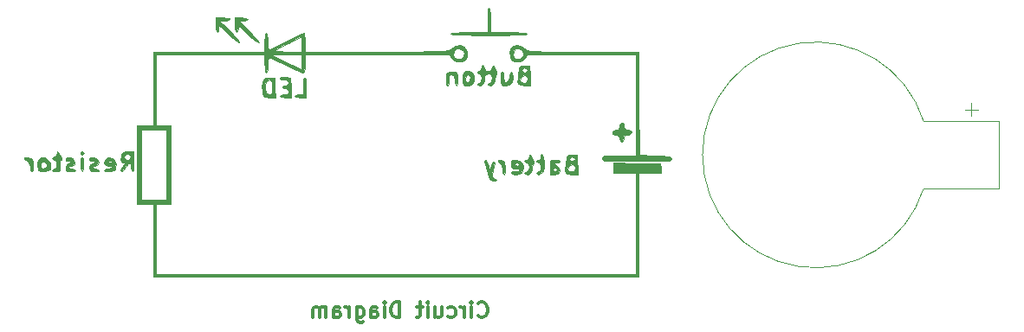
<source format=gbo>
G04 #@! TF.FileFunction,Legend,Bot*
%FSLAX46Y46*%
G04 Gerber Fmt 4.6, Leading zero omitted, Abs format (unit mm)*
G04 Created by KiCad (PCBNEW 4.0.7) date Mon Mar 12 16:42:59 2018*
%MOMM*%
%LPD*%
G01*
G04 APERTURE LIST*
%ADD10C,0.100000*%
%ADD11C,0.300000*%
%ADD12C,0.010000*%
%ADD13C,0.120000*%
G04 APERTURE END LIST*
D10*
D11*
X45742857Y9624286D02*
X45814286Y9552857D01*
X46028572Y9481429D01*
X46171429Y9481429D01*
X46385714Y9552857D01*
X46528572Y9695714D01*
X46600000Y9838571D01*
X46671429Y10124286D01*
X46671429Y10338571D01*
X46600000Y10624286D01*
X46528572Y10767143D01*
X46385714Y10910000D01*
X46171429Y10981429D01*
X46028572Y10981429D01*
X45814286Y10910000D01*
X45742857Y10838571D01*
X45100000Y9481429D02*
X45100000Y10481429D01*
X45100000Y10981429D02*
X45171429Y10910000D01*
X45100000Y10838571D01*
X45028572Y10910000D01*
X45100000Y10981429D01*
X45100000Y10838571D01*
X44385714Y9481429D02*
X44385714Y10481429D01*
X44385714Y10195714D02*
X44314286Y10338571D01*
X44242857Y10410000D01*
X44100000Y10481429D01*
X43957143Y10481429D01*
X42814286Y9552857D02*
X42957143Y9481429D01*
X43242857Y9481429D01*
X43385715Y9552857D01*
X43457143Y9624286D01*
X43528572Y9767143D01*
X43528572Y10195714D01*
X43457143Y10338571D01*
X43385715Y10410000D01*
X43242857Y10481429D01*
X42957143Y10481429D01*
X42814286Y10410000D01*
X41528572Y10481429D02*
X41528572Y9481429D01*
X42171429Y10481429D02*
X42171429Y9695714D01*
X42100001Y9552857D01*
X41957143Y9481429D01*
X41742858Y9481429D01*
X41600001Y9552857D01*
X41528572Y9624286D01*
X40814286Y9481429D02*
X40814286Y10481429D01*
X40814286Y10981429D02*
X40885715Y10910000D01*
X40814286Y10838571D01*
X40742858Y10910000D01*
X40814286Y10981429D01*
X40814286Y10838571D01*
X40314286Y10481429D02*
X39742857Y10481429D01*
X40100000Y10981429D02*
X40100000Y9695714D01*
X40028572Y9552857D01*
X39885714Y9481429D01*
X39742857Y9481429D01*
X38100000Y9481429D02*
X38100000Y10981429D01*
X37742857Y10981429D01*
X37528572Y10910000D01*
X37385714Y10767143D01*
X37314286Y10624286D01*
X37242857Y10338571D01*
X37242857Y10124286D01*
X37314286Y9838571D01*
X37385714Y9695714D01*
X37528572Y9552857D01*
X37742857Y9481429D01*
X38100000Y9481429D01*
X36600000Y9481429D02*
X36600000Y10481429D01*
X36600000Y10981429D02*
X36671429Y10910000D01*
X36600000Y10838571D01*
X36528572Y10910000D01*
X36600000Y10981429D01*
X36600000Y10838571D01*
X35242857Y9481429D02*
X35242857Y10267143D01*
X35314286Y10410000D01*
X35457143Y10481429D01*
X35742857Y10481429D01*
X35885714Y10410000D01*
X35242857Y9552857D02*
X35385714Y9481429D01*
X35742857Y9481429D01*
X35885714Y9552857D01*
X35957143Y9695714D01*
X35957143Y9838571D01*
X35885714Y9981429D01*
X35742857Y10052857D01*
X35385714Y10052857D01*
X35242857Y10124286D01*
X33885714Y10481429D02*
X33885714Y9267143D01*
X33957143Y9124286D01*
X34028571Y9052857D01*
X34171428Y8981429D01*
X34385714Y8981429D01*
X34528571Y9052857D01*
X33885714Y9552857D02*
X34028571Y9481429D01*
X34314285Y9481429D01*
X34457143Y9552857D01*
X34528571Y9624286D01*
X34600000Y9767143D01*
X34600000Y10195714D01*
X34528571Y10338571D01*
X34457143Y10410000D01*
X34314285Y10481429D01*
X34028571Y10481429D01*
X33885714Y10410000D01*
X33171428Y9481429D02*
X33171428Y10481429D01*
X33171428Y10195714D02*
X33100000Y10338571D01*
X33028571Y10410000D01*
X32885714Y10481429D01*
X32742857Y10481429D01*
X31600000Y9481429D02*
X31600000Y10267143D01*
X31671429Y10410000D01*
X31814286Y10481429D01*
X32100000Y10481429D01*
X32242857Y10410000D01*
X31600000Y9552857D02*
X31742857Y9481429D01*
X32100000Y9481429D01*
X32242857Y9552857D01*
X32314286Y9695714D01*
X32314286Y9838571D01*
X32242857Y9981429D01*
X32100000Y10052857D01*
X31742857Y10052857D01*
X31600000Y10124286D01*
X30885714Y9481429D02*
X30885714Y10481429D01*
X30885714Y10338571D02*
X30814286Y10410000D01*
X30671428Y10481429D01*
X30457143Y10481429D01*
X30314286Y10410000D01*
X30242857Y10267143D01*
X30242857Y9481429D01*
X30242857Y10267143D02*
X30171428Y10410000D01*
X30028571Y10481429D01*
X29814286Y10481429D01*
X29671428Y10410000D01*
X29600000Y10267143D01*
X29600000Y9481429D01*
D12*
G36*
X25117880Y37153738D02*
X25170577Y36775715D01*
X25182286Y36458576D01*
X25198379Y36023999D01*
X25239849Y35737164D01*
X25279143Y35668857D01*
X25437179Y35733189D01*
X25799123Y35908901D01*
X26313126Y36170066D01*
X26927335Y36490757D01*
X27004697Y36531683D01*
X27625028Y36850250D01*
X28150999Y37101400D01*
X28531467Y37262080D01*
X28715289Y37309239D01*
X28722126Y37305778D01*
X28769994Y37123235D01*
X28802210Y36742535D01*
X28810857Y36370380D01*
X28810857Y35523714D01*
X35863306Y35523714D01*
X37474882Y35523923D01*
X38821073Y35525250D01*
X39926779Y35528748D01*
X40816902Y35535469D01*
X41516341Y35546463D01*
X42049997Y35562783D01*
X42442772Y35585480D01*
X42719565Y35615607D01*
X42905278Y35654215D01*
X43024811Y35702356D01*
X43103064Y35761081D01*
X43164938Y35831442D01*
X43165506Y35832142D01*
X43525838Y36077434D01*
X43971890Y36128696D01*
X44375880Y35977384D01*
X44444817Y35917673D01*
X44631817Y35552163D01*
X44644026Y35101168D01*
X44480566Y34718536D01*
X44171423Y34544395D01*
X43756997Y34528591D01*
X43361908Y34654010D01*
X43110772Y34903538D01*
X43109297Y34906857D01*
X42968216Y35228429D01*
X43320319Y35228429D01*
X43392286Y34930052D01*
X43421905Y34894761D01*
X43698096Y34793571D01*
X44044341Y34853039D01*
X44312431Y35042441D01*
X44339363Y35084959D01*
X44377778Y35407195D01*
X44212681Y35690742D01*
X43927396Y35852275D01*
X43612103Y35812219D01*
X43403832Y35571888D01*
X43320319Y35228429D01*
X42968216Y35228429D01*
X42966022Y35233428D01*
X28810857Y35233428D01*
X28810857Y34362571D01*
X28794541Y33858529D01*
X28736166Y33587625D01*
X28621597Y33494058D01*
X28590243Y33491714D01*
X28371046Y33553862D01*
X27962797Y33720861D01*
X27433940Y33963546D01*
X27102529Y34125678D01*
X26359952Y34495349D01*
X25838682Y34738894D01*
X25499581Y34858385D01*
X25303511Y34855890D01*
X25211331Y34733479D01*
X25183905Y34493221D01*
X25182286Y34227209D01*
X25156506Y33810035D01*
X25090506Y33543505D01*
X25037143Y33491714D01*
X24959832Y33623919D01*
X24907417Y33969284D01*
X24892000Y34362571D01*
X24892000Y35209488D01*
X25545143Y35209488D01*
X26996572Y34498087D01*
X27580827Y34213021D01*
X28059470Y33981945D01*
X28378532Y33830752D01*
X28484286Y33784343D01*
X28504987Y33913569D01*
X28518125Y34246543D01*
X28520572Y34507714D01*
X28520572Y35233428D01*
X27032857Y35221458D01*
X25545143Y35209488D01*
X24892000Y35209488D01*
X24892000Y35233428D01*
X14296572Y35233428D01*
X14296572Y28266571D01*
X15748000Y28266571D01*
X15748000Y20573999D01*
X14296572Y20573999D01*
X14296572Y13752285D01*
X61177715Y13752285D01*
X61177715Y23622000D01*
X59000572Y23622000D01*
X59000572Y24645371D01*
X61286572Y24605399D01*
X63572572Y24565428D01*
X63618054Y24093714D01*
X63663535Y23622000D01*
X61468000Y23622000D01*
X61468000Y13462000D01*
X14006286Y13462000D01*
X14006286Y20573999D01*
X12409715Y20573999D01*
X12409715Y27831142D01*
X12845143Y27831142D01*
X12845143Y21009428D01*
X15312572Y21009428D01*
X15312572Y27831142D01*
X12845143Y27831142D01*
X12409715Y27831142D01*
X12409715Y28266571D01*
X14006286Y28266571D01*
X14006286Y35523714D01*
X24892000Y35523714D01*
X24892000Y35594829D01*
X25908000Y35594829D01*
X26042338Y35563510D01*
X26402175Y35539229D01*
X26922745Y35525511D01*
X27214286Y35523714D01*
X28520572Y35523714D01*
X28520572Y36978056D01*
X27214286Y36322000D01*
X26666487Y36040283D01*
X26231727Y35804148D01*
X25965120Y35644276D01*
X25908000Y35594829D01*
X24892000Y35594829D01*
X24892000Y36475708D01*
X24911913Y37005754D01*
X24968567Y37296344D01*
X25037143Y37338000D01*
X25117880Y37153738D01*
X25117880Y37153738D01*
G37*
X25117880Y37153738D02*
X25170577Y36775715D01*
X25182286Y36458576D01*
X25198379Y36023999D01*
X25239849Y35737164D01*
X25279143Y35668857D01*
X25437179Y35733189D01*
X25799123Y35908901D01*
X26313126Y36170066D01*
X26927335Y36490757D01*
X27004697Y36531683D01*
X27625028Y36850250D01*
X28150999Y37101400D01*
X28531467Y37262080D01*
X28715289Y37309239D01*
X28722126Y37305778D01*
X28769994Y37123235D01*
X28802210Y36742535D01*
X28810857Y36370380D01*
X28810857Y35523714D01*
X35863306Y35523714D01*
X37474882Y35523923D01*
X38821073Y35525250D01*
X39926779Y35528748D01*
X40816902Y35535469D01*
X41516341Y35546463D01*
X42049997Y35562783D01*
X42442772Y35585480D01*
X42719565Y35615607D01*
X42905278Y35654215D01*
X43024811Y35702356D01*
X43103064Y35761081D01*
X43164938Y35831442D01*
X43165506Y35832142D01*
X43525838Y36077434D01*
X43971890Y36128696D01*
X44375880Y35977384D01*
X44444817Y35917673D01*
X44631817Y35552163D01*
X44644026Y35101168D01*
X44480566Y34718536D01*
X44171423Y34544395D01*
X43756997Y34528591D01*
X43361908Y34654010D01*
X43110772Y34903538D01*
X43109297Y34906857D01*
X42968216Y35228429D01*
X43320319Y35228429D01*
X43392286Y34930052D01*
X43421905Y34894761D01*
X43698096Y34793571D01*
X44044341Y34853039D01*
X44312431Y35042441D01*
X44339363Y35084959D01*
X44377778Y35407195D01*
X44212681Y35690742D01*
X43927396Y35852275D01*
X43612103Y35812219D01*
X43403832Y35571888D01*
X43320319Y35228429D01*
X42968216Y35228429D01*
X42966022Y35233428D01*
X28810857Y35233428D01*
X28810857Y34362571D01*
X28794541Y33858529D01*
X28736166Y33587625D01*
X28621597Y33494058D01*
X28590243Y33491714D01*
X28371046Y33553862D01*
X27962797Y33720861D01*
X27433940Y33963546D01*
X27102529Y34125678D01*
X26359952Y34495349D01*
X25838682Y34738894D01*
X25499581Y34858385D01*
X25303511Y34855890D01*
X25211331Y34733479D01*
X25183905Y34493221D01*
X25182286Y34227209D01*
X25156506Y33810035D01*
X25090506Y33543505D01*
X25037143Y33491714D01*
X24959832Y33623919D01*
X24907417Y33969284D01*
X24892000Y34362571D01*
X24892000Y35209488D01*
X25545143Y35209488D01*
X26996572Y34498087D01*
X27580827Y34213021D01*
X28059470Y33981945D01*
X28378532Y33830752D01*
X28484286Y33784343D01*
X28504987Y33913569D01*
X28518125Y34246543D01*
X28520572Y34507714D01*
X28520572Y35233428D01*
X27032857Y35221458D01*
X25545143Y35209488D01*
X24892000Y35209488D01*
X24892000Y35233428D01*
X14296572Y35233428D01*
X14296572Y28266571D01*
X15748000Y28266571D01*
X15748000Y20573999D01*
X14296572Y20573999D01*
X14296572Y13752285D01*
X61177715Y13752285D01*
X61177715Y23622000D01*
X59000572Y23622000D01*
X59000572Y24645371D01*
X61286572Y24605399D01*
X63572572Y24565428D01*
X63618054Y24093714D01*
X63663535Y23622000D01*
X61468000Y23622000D01*
X61468000Y13462000D01*
X14006286Y13462000D01*
X14006286Y20573999D01*
X12409715Y20573999D01*
X12409715Y27831142D01*
X12845143Y27831142D01*
X12845143Y21009428D01*
X15312572Y21009428D01*
X15312572Y27831142D01*
X12845143Y27831142D01*
X12409715Y27831142D01*
X12409715Y28266571D01*
X14006286Y28266571D01*
X14006286Y35523714D01*
X24892000Y35523714D01*
X24892000Y35594829D01*
X25908000Y35594829D01*
X26042338Y35563510D01*
X26402175Y35539229D01*
X26922745Y35525511D01*
X27214286Y35523714D01*
X28520572Y35523714D01*
X28520572Y36978056D01*
X27214286Y36322000D01*
X26666487Y36040283D01*
X26231727Y35804148D01*
X25965120Y35644276D01*
X25908000Y35594829D01*
X24892000Y35594829D01*
X24892000Y36475708D01*
X24911913Y37005754D01*
X24968567Y37296344D01*
X25037143Y37338000D01*
X25117880Y37153738D01*
G36*
X46507119Y24862615D02*
X46628594Y24675263D01*
X46740701Y24333674D01*
X46746195Y24309764D01*
X46851294Y23839714D01*
X47011362Y24309253D01*
X47155931Y24614544D01*
X47299807Y24745610D01*
X47316572Y24744682D01*
X47414825Y24610788D01*
X47404294Y24565428D01*
X47329769Y24339640D01*
X47218574Y23966133D01*
X47193247Y23877373D01*
X47111429Y23502762D01*
X47156638Y23282457D01*
X47323239Y23119989D01*
X47515098Y22959955D01*
X47459120Y22907641D01*
X47275731Y22900901D01*
X46989606Y22967245D01*
X46879008Y23077714D01*
X46598678Y23883252D01*
X46431469Y24441505D01*
X46373548Y24770873D01*
X46421080Y24889754D01*
X46507119Y24862615D01*
X46507119Y24862615D01*
G37*
X46507119Y24862615D02*
X46628594Y24675263D01*
X46740701Y24333674D01*
X46746195Y24309764D01*
X46851294Y23839714D01*
X47011362Y24309253D01*
X47155931Y24614544D01*
X47299807Y24745610D01*
X47316572Y24744682D01*
X47414825Y24610788D01*
X47404294Y24565428D01*
X47329769Y24339640D01*
X47218574Y23966133D01*
X47193247Y23877373D01*
X47111429Y23502762D01*
X47156638Y23282457D01*
X47323239Y23119989D01*
X47515098Y22959955D01*
X47459120Y22907641D01*
X47275731Y22900901D01*
X46989606Y22967245D01*
X46879008Y23077714D01*
X46598678Y23883252D01*
X46431469Y24441505D01*
X46373548Y24770873D01*
X46421080Y24889754D01*
X46507119Y24862615D01*
G36*
X48210136Y24830642D02*
X48318608Y24638990D01*
X48371202Y24248190D01*
X48376810Y24166285D01*
X48375180Y23730776D01*
X48309956Y23499264D01*
X48267953Y23476857D01*
X48167131Y23604503D01*
X48116318Y23918734D01*
X48114857Y23989412D01*
X48052502Y24401009D01*
X47897143Y24585512D01*
X47693783Y24737031D01*
X47740804Y24872187D01*
X48006000Y24902094D01*
X48210136Y24830642D01*
X48210136Y24830642D01*
G37*
X48210136Y24830642D02*
X48318608Y24638990D01*
X48371202Y24248190D01*
X48376810Y24166285D01*
X48375180Y23730776D01*
X48309956Y23499264D01*
X48267953Y23476857D01*
X48167131Y23604503D01*
X48116318Y23918734D01*
X48114857Y23989412D01*
X48052502Y24401009D01*
X47897143Y24585512D01*
X47693783Y24737031D01*
X47740804Y24872187D01*
X48006000Y24902094D01*
X48210136Y24830642D01*
G36*
X49849661Y24829691D02*
X50096885Y24531446D01*
X50146857Y24202571D01*
X50083494Y23848616D01*
X49972686Y23651028D01*
X49717562Y23518133D01*
X49390861Y23479119D01*
X49108337Y23531239D01*
X48985744Y23671748D01*
X48985715Y23674444D01*
X49101877Y23813769D01*
X49331559Y23805918D01*
X49634084Y23812922D01*
X49775553Y23898617D01*
X49732390Y24016422D01*
X49429709Y24057428D01*
X49117296Y24091659D01*
X49000469Y24254603D01*
X48985715Y24492857D01*
X49276000Y24492857D01*
X49397930Y24376071D01*
X49574852Y24347714D01*
X49775543Y24403588D01*
X49784000Y24492857D01*
X49573996Y24626406D01*
X49485149Y24638000D01*
X49297559Y24556847D01*
X49276000Y24492857D01*
X48985715Y24492857D01*
X49022680Y24802093D01*
X49190345Y24915876D01*
X49392115Y24928285D01*
X49849661Y24829691D01*
X49849661Y24829691D01*
G37*
X49849661Y24829691D02*
X50096885Y24531446D01*
X50146857Y24202571D01*
X50083494Y23848616D01*
X49972686Y23651028D01*
X49717562Y23518133D01*
X49390861Y23479119D01*
X49108337Y23531239D01*
X48985744Y23671748D01*
X48985715Y23674444D01*
X49101877Y23813769D01*
X49331559Y23805918D01*
X49634084Y23812922D01*
X49775553Y23898617D01*
X49732390Y24016422D01*
X49429709Y24057428D01*
X49117296Y24091659D01*
X49000469Y24254603D01*
X48985715Y24492857D01*
X49276000Y24492857D01*
X49397930Y24376071D01*
X49574852Y24347714D01*
X49775543Y24403588D01*
X49784000Y24492857D01*
X49573996Y24626406D01*
X49485149Y24638000D01*
X49297559Y24556847D01*
X49276000Y24492857D01*
X48985715Y24492857D01*
X49022680Y24802093D01*
X49190345Y24915876D01*
X49392115Y24928285D01*
X49849661Y24829691D01*
G36*
X50873047Y25417045D02*
X51022767Y25151635D01*
X51044290Y25109714D01*
X51170153Y24805985D01*
X51178909Y24645512D01*
X51160495Y24638000D01*
X51069304Y24509641D01*
X51000312Y24191412D01*
X50990191Y24093714D01*
X50922773Y23716347D01*
X50769239Y23543221D01*
X50618572Y23503048D01*
X50365920Y23524321D01*
X50292000Y23611905D01*
X50409399Y23749568D01*
X50509715Y23767142D01*
X50682559Y23896962D01*
X50727429Y24202571D01*
X50662519Y24548260D01*
X50509715Y24638000D01*
X50316563Y24716372D01*
X50292000Y24783142D01*
X50408824Y24913579D01*
X50499620Y24928285D01*
X50680028Y25051836D01*
X50755034Y25254857D01*
X50798443Y25444106D01*
X50873047Y25417045D01*
X50873047Y25417045D01*
G37*
X50873047Y25417045D02*
X51022767Y25151635D01*
X51044290Y25109714D01*
X51170153Y24805985D01*
X51178909Y24645512D01*
X51160495Y24638000D01*
X51069304Y24509641D01*
X51000312Y24191412D01*
X50990191Y24093714D01*
X50922773Y23716347D01*
X50769239Y23543221D01*
X50618572Y23503048D01*
X50365920Y23524321D01*
X50292000Y23611905D01*
X50409399Y23749568D01*
X50509715Y23767142D01*
X50682559Y23896962D01*
X50727429Y24202571D01*
X50662519Y24548260D01*
X50509715Y24638000D01*
X50316563Y24716372D01*
X50292000Y24783142D01*
X50408824Y24913579D01*
X50499620Y24928285D01*
X50680028Y25051836D01*
X50755034Y25254857D01*
X50798443Y25444106D01*
X50873047Y25417045D01*
G36*
X52045153Y25410234D02*
X52052331Y25403154D01*
X52155595Y25146417D01*
X52197345Y24724112D01*
X52179723Y24253888D01*
X52104873Y23853398D01*
X52020931Y23679167D01*
X51796266Y23517691D01*
X51567424Y23483984D01*
X51453709Y23593324D01*
X51453143Y23606471D01*
X51568650Y23765139D01*
X51670857Y23819630D01*
X51836546Y24012939D01*
X51888572Y24270587D01*
X51813662Y24565834D01*
X51670857Y24638000D01*
X51477706Y24716372D01*
X51453143Y24783142D01*
X51570703Y24911910D01*
X51670857Y24928285D01*
X51847390Y25051784D01*
X51888572Y25247599D01*
X51923336Y25458359D01*
X52045153Y25410234D01*
X52045153Y25410234D01*
G37*
X52045153Y25410234D02*
X52052331Y25403154D01*
X52155595Y25146417D01*
X52197345Y24724112D01*
X52179723Y24253888D01*
X52104873Y23853398D01*
X52020931Y23679167D01*
X51796266Y23517691D01*
X51567424Y23483984D01*
X51453709Y23593324D01*
X51453143Y23606471D01*
X51568650Y23765139D01*
X51670857Y23819630D01*
X51836546Y24012939D01*
X51888572Y24270587D01*
X51813662Y24565834D01*
X51670857Y24638000D01*
X51477706Y24716372D01*
X51453143Y24783142D01*
X51570703Y24911910D01*
X51670857Y24928285D01*
X51847390Y25051784D01*
X51888572Y25247599D01*
X51923336Y25458359D01*
X52045153Y25410234D01*
G36*
X53521484Y24883544D02*
X53702857Y24783142D01*
X53648556Y24677505D01*
X53384852Y24635860D01*
X52977143Y24633720D01*
X53340000Y24450145D01*
X53644380Y24165718D01*
X53702857Y23907999D01*
X53652294Y23651307D01*
X53444145Y23534708D01*
X53231143Y23503946D01*
X52759429Y23458465D01*
X52759429Y23996952D01*
X53049715Y23996952D01*
X53166577Y23797011D01*
X53279524Y23767142D01*
X53448803Y23851534D01*
X53451881Y23939500D01*
X53307414Y24131170D01*
X53133494Y24155540D01*
X53049715Y23996952D01*
X52759429Y23996952D01*
X52759429Y24193375D01*
X52768850Y24626487D01*
X52825920Y24843739D01*
X52973847Y24919524D01*
X53186292Y24928285D01*
X53521484Y24883544D01*
X53521484Y24883544D01*
G37*
X53521484Y24883544D02*
X53702857Y24783142D01*
X53648556Y24677505D01*
X53384852Y24635860D01*
X52977143Y24633720D01*
X53340000Y24450145D01*
X53644380Y24165718D01*
X53702857Y23907999D01*
X53652294Y23651307D01*
X53444145Y23534708D01*
X53231143Y23503946D01*
X52759429Y23458465D01*
X52759429Y23996952D01*
X53049715Y23996952D01*
X53166577Y23797011D01*
X53279524Y23767142D01*
X53448803Y23851534D01*
X53451881Y23939500D01*
X53307414Y24131170D01*
X53133494Y24155540D01*
X53049715Y23996952D01*
X52759429Y23996952D01*
X52759429Y24193375D01*
X52768850Y24626487D01*
X52825920Y24843739D01*
X52973847Y24919524D01*
X53186292Y24928285D01*
X53521484Y24883544D01*
G36*
X55530406Y23476857D02*
X54938648Y23476857D01*
X54525514Y23520286D01*
X54292625Y23633865D01*
X54275507Y23662879D01*
X54255245Y23902958D01*
X54263038Y24036047D01*
X54508441Y24036047D01*
X54597455Y23832442D01*
X54864000Y23767142D01*
X55140209Y23827090D01*
X55225325Y24063131D01*
X55226857Y24130000D01*
X55140602Y24423074D01*
X54922572Y24478303D01*
X54675315Y24318685D01*
X54508441Y24036047D01*
X54263038Y24036047D01*
X54279689Y24320366D01*
X54318347Y24642593D01*
X54376380Y25000857D01*
X54646286Y25000857D01*
X54767291Y24823551D01*
X54936572Y24783142D01*
X55172979Y24873896D01*
X55226857Y25000857D01*
X55105853Y25178162D01*
X54936572Y25218571D01*
X54700165Y25127817D01*
X54646286Y25000857D01*
X54376380Y25000857D01*
X54391741Y25095687D01*
X54480322Y25331906D01*
X54639292Y25421891D01*
X54923852Y25436283D01*
X54938571Y25436285D01*
X55444572Y25436285D01*
X55530406Y23476857D01*
X55530406Y23476857D01*
G37*
X55530406Y23476857D02*
X54938648Y23476857D01*
X54525514Y23520286D01*
X54292625Y23633865D01*
X54275507Y23662879D01*
X54255245Y23902958D01*
X54263038Y24036047D01*
X54508441Y24036047D01*
X54597455Y23832442D01*
X54864000Y23767142D01*
X55140209Y23827090D01*
X55225325Y24063131D01*
X55226857Y24130000D01*
X55140602Y24423074D01*
X54922572Y24478303D01*
X54675315Y24318685D01*
X54508441Y24036047D01*
X54263038Y24036047D01*
X54279689Y24320366D01*
X54318347Y24642593D01*
X54376380Y25000857D01*
X54646286Y25000857D01*
X54767291Y24823551D01*
X54936572Y24783142D01*
X55172979Y24873896D01*
X55226857Y25000857D01*
X55105853Y25178162D01*
X54936572Y25218571D01*
X54700165Y25127817D01*
X54646286Y25000857D01*
X54376380Y25000857D01*
X54391741Y25095687D01*
X54480322Y25331906D01*
X54639292Y25421891D01*
X54923852Y25436283D01*
X54938571Y25436285D01*
X55444572Y25436285D01*
X55530406Y23476857D01*
G36*
X1778000Y25175736D02*
X2024131Y25114474D01*
X2150479Y24960558D01*
X2207551Y24630756D01*
X2221381Y24445057D01*
X2219420Y24015198D01*
X2153252Y23787915D01*
X2112524Y23767142D01*
X2004927Y23893203D01*
X1959437Y24196828D01*
X1959429Y24201341D01*
X1850858Y24630763D01*
X1669143Y24816826D01*
X1415931Y25029463D01*
X1435063Y25160162D01*
X1718558Y25182612D01*
X1778000Y25175736D01*
X1778000Y25175736D01*
G37*
X1778000Y25175736D02*
X2024131Y25114474D01*
X2150479Y24960558D01*
X2207551Y24630756D01*
X2221381Y24445057D01*
X2219420Y24015198D01*
X2153252Y23787915D01*
X2112524Y23767142D01*
X2004927Y23893203D01*
X1959437Y24196828D01*
X1959429Y24201341D01*
X1850858Y24630763D01*
X1669143Y24816826D01*
X1415931Y25029463D01*
X1435063Y25160162D01*
X1718558Y25182612D01*
X1778000Y25175736D01*
G36*
X3414646Y25118668D02*
X3638305Y25007826D01*
X3937318Y24668963D01*
X3968969Y24218212D01*
X3903329Y23996728D01*
X3715653Y23849823D01*
X3375986Y23769133D01*
X3018221Y23770518D01*
X2781905Y23863904D01*
X2715200Y24063337D01*
X2685265Y24415155D01*
X2685240Y24420285D01*
X2975429Y24420285D01*
X3020190Y24142964D01*
X3202686Y24073907D01*
X3302000Y24083619D01*
X3575058Y24227808D01*
X3628572Y24420285D01*
X3509987Y24679845D01*
X3302000Y24756951D01*
X3060147Y24738798D01*
X2979174Y24536242D01*
X2975429Y24420285D01*
X2685240Y24420285D01*
X2685143Y24439369D01*
X2783233Y24887313D01*
X3043435Y25123905D01*
X3414646Y25118668D01*
X3414646Y25118668D01*
G37*
X3414646Y25118668D02*
X3638305Y25007826D01*
X3937318Y24668963D01*
X3968969Y24218212D01*
X3903329Y23996728D01*
X3715653Y23849823D01*
X3375986Y23769133D01*
X3018221Y23770518D01*
X2781905Y23863904D01*
X2715200Y24063337D01*
X2685265Y24415155D01*
X2685240Y24420285D01*
X2975429Y24420285D01*
X3020190Y24142964D01*
X3202686Y24073907D01*
X3302000Y24083619D01*
X3575058Y24227808D01*
X3628572Y24420285D01*
X3509987Y24679845D01*
X3302000Y24756951D01*
X3060147Y24738798D01*
X2979174Y24536242D01*
X2975429Y24420285D01*
X2685240Y24420285D01*
X2685143Y24439369D01*
X2783233Y24887313D01*
X3043435Y25123905D01*
X3414646Y25118668D01*
G36*
X4717618Y25707331D02*
X4867339Y25441921D01*
X4888862Y25400000D01*
X5012594Y25096490D01*
X5016388Y24935904D01*
X4996304Y24928285D01*
X4912374Y24799494D01*
X4865699Y24477767D01*
X4862286Y24347714D01*
X4842481Y23973662D01*
X4749063Y23807409D01*
X4531029Y23767350D01*
X4499429Y23767142D01*
X4226660Y23816827D01*
X4136572Y23912285D01*
X4254131Y24041053D01*
X4354286Y24057428D01*
X4527131Y24187248D01*
X4572000Y24492857D01*
X4507090Y24838546D01*
X4354286Y24928285D01*
X4161134Y25006658D01*
X4136572Y25073428D01*
X4253396Y25203864D01*
X4344191Y25218571D01*
X4524600Y25342121D01*
X4599606Y25545142D01*
X4643014Y25734391D01*
X4717618Y25707331D01*
X4717618Y25707331D01*
G37*
X4717618Y25707331D02*
X4867339Y25441921D01*
X4888862Y25400000D01*
X5012594Y25096490D01*
X5016388Y24935904D01*
X4996304Y24928285D01*
X4912374Y24799494D01*
X4865699Y24477767D01*
X4862286Y24347714D01*
X4842481Y23973662D01*
X4749063Y23807409D01*
X4531029Y23767350D01*
X4499429Y23767142D01*
X4226660Y23816827D01*
X4136572Y23912285D01*
X4254131Y24041053D01*
X4354286Y24057428D01*
X4527131Y24187248D01*
X4572000Y24492857D01*
X4507090Y24838546D01*
X4354286Y24928285D01*
X4161134Y25006658D01*
X4136572Y25073428D01*
X4253396Y25203864D01*
X4344191Y25218571D01*
X4524600Y25342121D01*
X4599606Y25545142D01*
X4643014Y25734391D01*
X4717618Y25707331D01*
G36*
X6107003Y25051046D02*
X6164189Y25004823D01*
X6351532Y24717316D01*
X6309206Y24470616D01*
X6057436Y24349754D01*
X6007900Y24347714D01*
X5780613Y24283871D01*
X5733143Y24202571D01*
X5854324Y24083476D01*
X6014863Y24057428D01*
X6292717Y23990780D01*
X6386286Y23912285D01*
X6324966Y23813521D01*
X6029274Y23768213D01*
X5959423Y23767142D01*
X5612788Y23792560D01*
X5469228Y23910426D01*
X5442857Y24143588D01*
X5540338Y24481122D01*
X5731511Y24595518D01*
X5931468Y24704294D01*
X5944577Y24793305D01*
X5764846Y24857821D01*
X5655924Y24833846D01*
X5472488Y24844888D01*
X5442857Y24917312D01*
X5552419Y25118158D01*
X5809569Y25167075D01*
X6107003Y25051046D01*
X6107003Y25051046D01*
G37*
X6107003Y25051046D02*
X6164189Y25004823D01*
X6351532Y24717316D01*
X6309206Y24470616D01*
X6057436Y24349754D01*
X6007900Y24347714D01*
X5780613Y24283871D01*
X5733143Y24202571D01*
X5854324Y24083476D01*
X6014863Y24057428D01*
X6292717Y23990780D01*
X6386286Y23912285D01*
X6324966Y23813521D01*
X6029274Y23768213D01*
X5959423Y23767142D01*
X5612788Y23792560D01*
X5469228Y23910426D01*
X5442857Y24143588D01*
X5540338Y24481122D01*
X5731511Y24595518D01*
X5931468Y24704294D01*
X5944577Y24793305D01*
X5764846Y24857821D01*
X5655924Y24833846D01*
X5472488Y24844888D01*
X5442857Y24917312D01*
X5552419Y25118158D01*
X5809569Y25167075D01*
X6107003Y25051046D01*
G36*
X7127614Y24958000D02*
X7179108Y24589992D01*
X7184572Y24411719D01*
X7155384Y24025181D01*
X7081637Y23795107D01*
X7039429Y23767142D01*
X6957046Y23897767D01*
X6904454Y24232130D01*
X6894286Y24501423D01*
X6919444Y24938617D01*
X6989365Y25143123D01*
X7039429Y25146000D01*
X7127614Y24958000D01*
X7127614Y24958000D01*
G37*
X7127614Y24958000D02*
X7179108Y24589992D01*
X7184572Y24411719D01*
X7155384Y24025181D01*
X7081637Y23795107D01*
X7039429Y23767142D01*
X6957046Y23897767D01*
X6904454Y24232130D01*
X6894286Y24501423D01*
X6919444Y24938617D01*
X6989365Y25143123D01*
X7039429Y25146000D01*
X7127614Y24958000D01*
G36*
X8429289Y25051046D02*
X8486475Y25004823D01*
X8673817Y24717316D01*
X8631491Y24470616D01*
X8379721Y24349754D01*
X8330186Y24347714D01*
X8102898Y24283871D01*
X8055429Y24202571D01*
X8176610Y24083476D01*
X8337149Y24057428D01*
X8615003Y23990780D01*
X8708572Y23912285D01*
X8647252Y23813521D01*
X8351560Y23768213D01*
X8281709Y23767142D01*
X7935074Y23792560D01*
X7791513Y23910426D01*
X7765143Y24143588D01*
X7862624Y24481122D01*
X8053796Y24595518D01*
X8253754Y24704294D01*
X8266863Y24793305D01*
X8087132Y24857821D01*
X7978209Y24833846D01*
X7794774Y24844888D01*
X7765143Y24917312D01*
X7874705Y25118158D01*
X8131855Y25167075D01*
X8429289Y25051046D01*
X8429289Y25051046D01*
G37*
X8429289Y25051046D02*
X8486475Y25004823D01*
X8673817Y24717316D01*
X8631491Y24470616D01*
X8379721Y24349754D01*
X8330186Y24347714D01*
X8102898Y24283871D01*
X8055429Y24202571D01*
X8176610Y24083476D01*
X8337149Y24057428D01*
X8615003Y23990780D01*
X8708572Y23912285D01*
X8647252Y23813521D01*
X8351560Y23768213D01*
X8281709Y23767142D01*
X7935074Y23792560D01*
X7791513Y23910426D01*
X7765143Y24143588D01*
X7862624Y24481122D01*
X8053796Y24595518D01*
X8253754Y24704294D01*
X8266863Y24793305D01*
X8087132Y24857821D01*
X7978209Y24833846D01*
X7794774Y24844888D01*
X7765143Y24917312D01*
X7874705Y25118158D01*
X8131855Y25167075D01*
X8429289Y25051046D01*
G36*
X9934847Y25105595D02*
X10097830Y24991443D01*
X10349532Y24595899D01*
X10327532Y24108154D01*
X10289615Y23996728D01*
X10120955Y23857497D01*
X9817985Y23777505D01*
X9494261Y23765686D01*
X9263345Y23830978D01*
X9216572Y23912285D01*
X9340516Y24022340D01*
X9570863Y24057428D01*
X9878188Y24110944D01*
X10014858Y24202571D01*
X9958141Y24305365D01*
X9675756Y24347644D01*
X9660566Y24347714D01*
X9344844Y24385596D01*
X9227766Y24545265D01*
X9216572Y24700790D01*
X9245057Y24785510D01*
X9580892Y24785510D01*
X9612426Y24659287D01*
X9716006Y24638000D01*
X9915059Y24671659D01*
X9942286Y24702005D01*
X9835929Y24837483D01*
X9644555Y24840503D01*
X9580892Y24785510D01*
X9245057Y24785510D01*
X9325793Y25025634D01*
X9594632Y25170270D01*
X9934847Y25105595D01*
X9934847Y25105595D01*
G37*
X9934847Y25105595D02*
X10097830Y24991443D01*
X10349532Y24595899D01*
X10327532Y24108154D01*
X10289615Y23996728D01*
X10120955Y23857497D01*
X9817985Y23777505D01*
X9494261Y23765686D01*
X9263345Y23830978D01*
X9216572Y23912285D01*
X9340516Y24022340D01*
X9570863Y24057428D01*
X9878188Y24110944D01*
X10014858Y24202571D01*
X9958141Y24305365D01*
X9675756Y24347644D01*
X9660566Y24347714D01*
X9344844Y24385596D01*
X9227766Y24545265D01*
X9216572Y24700790D01*
X9245057Y24785510D01*
X9580892Y24785510D01*
X9612426Y24659287D01*
X9716006Y24638000D01*
X9915059Y24671659D01*
X9942286Y24702005D01*
X9835929Y24837483D01*
X9644555Y24840503D01*
X9580892Y24785510D01*
X9245057Y24785510D01*
X9325793Y25025634D01*
X9594632Y25170270D01*
X9934847Y25105595D01*
G36*
X12089775Y24746857D02*
X12093020Y24185336D01*
X12047232Y23849778D01*
X11980918Y23767142D01*
X11874362Y23893237D01*
X11829155Y24197063D01*
X11829143Y24202571D01*
X11789468Y24508335D01*
X11693876Y24637967D01*
X11692206Y24638000D01*
X11533563Y24524888D01*
X11325652Y24248026D01*
X11298055Y24202571D01*
X11074042Y23891102D01*
X10897243Y23762945D01*
X10814543Y23849293D01*
X10813143Y23879990D01*
X10888718Y24071937D01*
X11039088Y24315419D01*
X11183667Y24548297D01*
X11147550Y24629686D01*
X11030326Y24638000D01*
X10876121Y24705472D01*
X10829409Y24952122D01*
X10840667Y25182285D01*
X10845522Y25218571D01*
X11103429Y25218571D01*
X11188472Y24990940D01*
X11466286Y24928285D01*
X11750825Y24996320D01*
X11829143Y25218571D01*
X11744100Y25446202D01*
X11466286Y25508857D01*
X11181747Y25440822D01*
X11103429Y25218571D01*
X10845522Y25218571D01*
X10887329Y25531020D01*
X11009494Y25685825D01*
X11297605Y25725387D01*
X11466286Y25726571D01*
X12046858Y25726571D01*
X12089775Y24746857D01*
X12089775Y24746857D01*
G37*
X12089775Y24746857D02*
X12093020Y24185336D01*
X12047232Y23849778D01*
X11980918Y23767142D01*
X11874362Y23893237D01*
X11829155Y24197063D01*
X11829143Y24202571D01*
X11789468Y24508335D01*
X11693876Y24637967D01*
X11692206Y24638000D01*
X11533563Y24524888D01*
X11325652Y24248026D01*
X11298055Y24202571D01*
X11074042Y23891102D01*
X10897243Y23762945D01*
X10814543Y23849293D01*
X10813143Y23879990D01*
X10888718Y24071937D01*
X11039088Y24315419D01*
X11183667Y24548297D01*
X11147550Y24629686D01*
X11030326Y24638000D01*
X10876121Y24705472D01*
X10829409Y24952122D01*
X10840667Y25182285D01*
X10845522Y25218571D01*
X11103429Y25218571D01*
X11188472Y24990940D01*
X11466286Y24928285D01*
X11750825Y24996320D01*
X11829143Y25218571D01*
X11744100Y25446202D01*
X11466286Y25508857D01*
X11181747Y25440822D01*
X11103429Y25218571D01*
X10845522Y25218571D01*
X10887329Y25531020D01*
X11009494Y25685825D01*
X11297605Y25725387D01*
X11466286Y25726571D01*
X12046858Y25726571D01*
X12089775Y24746857D01*
G36*
X49917254Y36086374D02*
X50289156Y35852810D01*
X50305053Y35833923D01*
X50376427Y35754869D01*
X50468849Y35690464D01*
X50611020Y35638964D01*
X50831642Y35598624D01*
X51159415Y35567698D01*
X51623041Y35544442D01*
X52251220Y35527110D01*
X53072654Y35513957D01*
X54116043Y35503239D01*
X55410089Y35493209D01*
X55974395Y35489209D01*
X61395429Y35451142D01*
X61433590Y30412319D01*
X61471751Y25373497D01*
X63028441Y25332319D01*
X63727525Y25308150D01*
X64187148Y25273627D01*
X64458130Y25219405D01*
X64591292Y25136141D01*
X64633779Y25037142D01*
X64631611Y24956663D01*
X64567889Y24895174D01*
X64408972Y24850143D01*
X64121217Y24819035D01*
X63670984Y24799318D01*
X63024629Y24788458D01*
X62148513Y24783921D01*
X61260929Y24783142D01*
X60179229Y24783999D01*
X59353341Y24788519D01*
X58748792Y24799626D01*
X58331109Y24820246D01*
X58065819Y24853303D01*
X57918450Y24901722D01*
X57854527Y24968427D01*
X57839579Y25056344D01*
X57839429Y25073428D01*
X57857131Y25198152D01*
X57942978Y25280936D01*
X58146081Y25330321D01*
X58515550Y25354848D01*
X59100498Y25363058D01*
X59508572Y25363714D01*
X61177715Y25363714D01*
X61177715Y35233428D01*
X50505978Y35233428D01*
X50362704Y34906857D01*
X50114796Y34657961D01*
X49719016Y34528329D01*
X49301576Y34541604D01*
X49048805Y34660725D01*
X48889036Y34951701D01*
X48862030Y35228429D01*
X49126033Y35228429D01*
X49198001Y34930052D01*
X49227619Y34894761D01*
X49503810Y34793571D01*
X49850055Y34853039D01*
X50118145Y35042441D01*
X50145077Y35084959D01*
X50183492Y35407195D01*
X50018395Y35690742D01*
X49733110Y35852275D01*
X49417817Y35812219D01*
X49209547Y35571888D01*
X49126033Y35228429D01*
X48862030Y35228429D01*
X48848630Y35365733D01*
X48926509Y35761758D01*
X49058733Y35959513D01*
X49461783Y36126509D01*
X49917254Y36086374D01*
X49917254Y36086374D01*
G37*
X49917254Y36086374D02*
X50289156Y35852810D01*
X50305053Y35833923D01*
X50376427Y35754869D01*
X50468849Y35690464D01*
X50611020Y35638964D01*
X50831642Y35598624D01*
X51159415Y35567698D01*
X51623041Y35544442D01*
X52251220Y35527110D01*
X53072654Y35513957D01*
X54116043Y35503239D01*
X55410089Y35493209D01*
X55974395Y35489209D01*
X61395429Y35451142D01*
X61433590Y30412319D01*
X61471751Y25373497D01*
X63028441Y25332319D01*
X63727525Y25308150D01*
X64187148Y25273627D01*
X64458130Y25219405D01*
X64591292Y25136141D01*
X64633779Y25037142D01*
X64631611Y24956663D01*
X64567889Y24895174D01*
X64408972Y24850143D01*
X64121217Y24819035D01*
X63670984Y24799318D01*
X63024629Y24788458D01*
X62148513Y24783921D01*
X61260929Y24783142D01*
X60179229Y24783999D01*
X59353341Y24788519D01*
X58748792Y24799626D01*
X58331109Y24820246D01*
X58065819Y24853303D01*
X57918450Y24901722D01*
X57854527Y24968427D01*
X57839579Y25056344D01*
X57839429Y25073428D01*
X57857131Y25198152D01*
X57942978Y25280936D01*
X58146081Y25330321D01*
X58515550Y25354848D01*
X59100498Y25363058D01*
X59508572Y25363714D01*
X61177715Y25363714D01*
X61177715Y35233428D01*
X50505978Y35233428D01*
X50362704Y34906857D01*
X50114796Y34657961D01*
X49719016Y34528329D01*
X49301576Y34541604D01*
X49048805Y34660725D01*
X48889036Y34951701D01*
X48862030Y35228429D01*
X49126033Y35228429D01*
X49198001Y34930052D01*
X49227619Y34894761D01*
X49503810Y34793571D01*
X49850055Y34853039D01*
X50118145Y35042441D01*
X50145077Y35084959D01*
X50183492Y35407195D01*
X50018395Y35690742D01*
X49733110Y35852275D01*
X49417817Y35812219D01*
X49209547Y35571888D01*
X49126033Y35228429D01*
X48862030Y35228429D01*
X48848630Y35365733D01*
X48926509Y35761758D01*
X49058733Y35959513D01*
X49461783Y36126509D01*
X49917254Y36086374D01*
G36*
X7200271Y25621480D02*
X7206343Y25581428D01*
X7093347Y25411243D01*
X7050315Y25391533D01*
X6917968Y25461596D01*
X6894286Y25581428D01*
X6967932Y25762069D01*
X7050315Y25771323D01*
X7200271Y25621480D01*
X7200271Y25621480D01*
G37*
X7200271Y25621480D02*
X7206343Y25581428D01*
X7093347Y25411243D01*
X7050315Y25391533D01*
X6917968Y25461596D01*
X6894286Y25581428D01*
X6967932Y25762069D01*
X7050315Y25771323D01*
X7200271Y25621480D01*
G36*
X59973960Y28430684D02*
X60016572Y28194000D01*
X60076519Y27917791D01*
X60312560Y27832675D01*
X60379429Y27831142D01*
X60671266Y27755439D01*
X60742286Y27613428D01*
X60616113Y27438326D01*
X60379429Y27395714D01*
X60103220Y27335766D01*
X60018104Y27099726D01*
X60016572Y27032857D01*
X59940868Y26741019D01*
X59798857Y26670000D01*
X59623755Y26796173D01*
X59581143Y27032857D01*
X59521196Y27309065D01*
X59285155Y27394181D01*
X59218286Y27395714D01*
X58926449Y27471418D01*
X58855429Y27613428D01*
X58981602Y27788531D01*
X59218286Y27831142D01*
X59494495Y27891090D01*
X59579611Y28127131D01*
X59581143Y28194000D01*
X59656847Y28485837D01*
X59798857Y28556857D01*
X59973960Y28430684D01*
X59973960Y28430684D01*
G37*
X59973960Y28430684D02*
X60016572Y28194000D01*
X60076519Y27917791D01*
X60312560Y27832675D01*
X60379429Y27831142D01*
X60671266Y27755439D01*
X60742286Y27613428D01*
X60616113Y27438326D01*
X60379429Y27395714D01*
X60103220Y27335766D01*
X60018104Y27099726D01*
X60016572Y27032857D01*
X59940868Y26741019D01*
X59798857Y26670000D01*
X59623755Y26796173D01*
X59581143Y27032857D01*
X59521196Y27309065D01*
X59285155Y27394181D01*
X59218286Y27395714D01*
X58926449Y27471418D01*
X58855429Y27613428D01*
X58981602Y27788531D01*
X59218286Y27831142D01*
X59494495Y27891090D01*
X59579611Y28127131D01*
X59581143Y28194000D01*
X59656847Y28485837D01*
X59798857Y28556857D01*
X59973960Y28430684D01*
G36*
X25878346Y32004000D02*
X25921263Y31024285D01*
X25340637Y31024285D01*
X24963515Y31044314D01*
X24777714Y31154642D01*
X24684652Y31430635D01*
X24662795Y31542495D01*
X24645661Y31828564D01*
X24927084Y31828564D01*
X25044644Y31470573D01*
X25297251Y31316637D01*
X25337210Y31314571D01*
X25505949Y31355852D01*
X25590069Y31526667D01*
X25616802Y31897476D01*
X25617715Y32040285D01*
X25601630Y32477099D01*
X25535381Y32694835D01*
X25391969Y32763775D01*
X25338961Y32766000D01*
X25092199Y32645686D01*
X24965288Y32333832D01*
X24927084Y31828564D01*
X24645661Y31828564D01*
X24632918Y32041305D01*
X24696816Y32518275D01*
X24697936Y32522209D01*
X24828827Y32839471D01*
X25045216Y32965051D01*
X25332861Y32983714D01*
X25835429Y32983714D01*
X25878346Y32004000D01*
X25878346Y32004000D01*
G37*
X25878346Y32004000D02*
X25921263Y31024285D01*
X25340637Y31024285D01*
X24963515Y31044314D01*
X24777714Y31154642D01*
X24684652Y31430635D01*
X24662795Y31542495D01*
X24645661Y31828564D01*
X24927084Y31828564D01*
X25044644Y31470573D01*
X25297251Y31316637D01*
X25337210Y31314571D01*
X25505949Y31355852D01*
X25590069Y31526667D01*
X25616802Y31897476D01*
X25617715Y32040285D01*
X25601630Y32477099D01*
X25535381Y32694835D01*
X25391969Y32763775D01*
X25338961Y32766000D01*
X25092199Y32645686D01*
X24965288Y32333832D01*
X24927084Y31828564D01*
X24645661Y31828564D01*
X24632918Y32041305D01*
X24696816Y32518275D01*
X24697936Y32522209D01*
X24828827Y32839471D01*
X25045216Y32965051D01*
X25332861Y32983714D01*
X25835429Y32983714D01*
X25878346Y32004000D01*
G36*
X26887715Y33028761D02*
X27432000Y32983714D01*
X27474918Y32004000D01*
X27517835Y31024285D01*
X26930632Y31024285D01*
X26564634Y31056136D01*
X26359438Y31135805D01*
X26343429Y31169428D01*
X26469553Y31271338D01*
X26773440Y31314560D01*
X26778857Y31314571D01*
X27097578Y31360189D01*
X27209794Y31529923D01*
X27214286Y31604857D01*
X27111655Y31847435D01*
X26924000Y31895142D01*
X26688148Y31955924D01*
X26633715Y32040285D01*
X26755279Y32158211D01*
X26924000Y32185428D01*
X27166579Y32288060D01*
X27214286Y32475714D01*
X27145859Y32688194D01*
X26891258Y32763005D01*
X26778857Y32766000D01*
X26473169Y32810565D01*
X26343464Y32917947D01*
X26343429Y32919904D01*
X26472514Y33012009D01*
X26805604Y33034041D01*
X26887715Y33028761D01*
X26887715Y33028761D01*
G37*
X26887715Y33028761D02*
X27432000Y32983714D01*
X27474918Y32004000D01*
X27517835Y31024285D01*
X26930632Y31024285D01*
X26564634Y31056136D01*
X26359438Y31135805D01*
X26343429Y31169428D01*
X26469553Y31271338D01*
X26773440Y31314560D01*
X26778857Y31314571D01*
X27097578Y31360189D01*
X27209794Y31529923D01*
X27214286Y31604857D01*
X27111655Y31847435D01*
X26924000Y31895142D01*
X26688148Y31955924D01*
X26633715Y32040285D01*
X26755279Y32158211D01*
X26924000Y32185428D01*
X27166579Y32288060D01*
X27214286Y32475714D01*
X27145859Y32688194D01*
X26891258Y32763005D01*
X26778857Y32766000D01*
X26473169Y32810565D01*
X26343464Y32917947D01*
X26343429Y32919904D01*
X26472514Y33012009D01*
X26805604Y33034041D01*
X26887715Y33028761D01*
G36*
X28885769Y32802371D02*
X28938187Y32417512D01*
X28956000Y31959148D01*
X28956000Y31024285D01*
X28375429Y31024285D01*
X28011874Y31056476D01*
X27809662Y31136893D01*
X27794857Y31169428D01*
X27920982Y31271338D01*
X28224869Y31314560D01*
X28230286Y31314571D01*
X28665715Y31314571D01*
X28665715Y32193994D01*
X28687109Y32694338D01*
X28747599Y32957345D01*
X28810857Y32983714D01*
X28885769Y32802371D01*
X28885769Y32802371D01*
G37*
X28885769Y32802371D02*
X28938187Y32417512D01*
X28956000Y31959148D01*
X28956000Y31024285D01*
X28375429Y31024285D01*
X28011874Y31056476D01*
X27809662Y31136893D01*
X27794857Y31169428D01*
X27920982Y31271338D01*
X28224869Y31314560D01*
X28230286Y31314571D01*
X28665715Y31314571D01*
X28665715Y32193994D01*
X28687109Y32694338D01*
X28747599Y32957345D01*
X28810857Y32983714D01*
X28885769Y32802371D01*
G36*
X43486969Y33550066D02*
X43642010Y33456273D01*
X43706562Y33206207D01*
X43732239Y32874857D01*
X43724098Y32433894D01*
X43653702Y32213323D01*
X43557021Y32231327D01*
X43470025Y32506091D01*
X43442762Y32728507D01*
X43353704Y33142174D01*
X43164436Y33315030D01*
X43143715Y33319721D01*
X42978979Y33299330D01*
X42904670Y33111035D01*
X42889715Y32776642D01*
X42856337Y32409199D01*
X42772784Y32202200D01*
X42736619Y32185428D01*
X42648455Y32318611D01*
X42620185Y32679232D01*
X42627762Y32874857D01*
X42664892Y33290218D01*
X42746979Y33492463D01*
X42935463Y33558294D01*
X43180000Y33564285D01*
X43486969Y33550066D01*
X43486969Y33550066D01*
G37*
X43486969Y33550066D02*
X43642010Y33456273D01*
X43706562Y33206207D01*
X43732239Y32874857D01*
X43724098Y32433894D01*
X43653702Y32213323D01*
X43557021Y32231327D01*
X43470025Y32506091D01*
X43442762Y32728507D01*
X43353704Y33142174D01*
X43164436Y33315030D01*
X43143715Y33319721D01*
X42978979Y33299330D01*
X42904670Y33111035D01*
X42889715Y32776642D01*
X42856337Y32409199D01*
X42772784Y32202200D01*
X42736619Y32185428D01*
X42648455Y32318611D01*
X42620185Y32679232D01*
X42627762Y32874857D01*
X42664892Y33290218D01*
X42746979Y33492463D01*
X42935463Y33558294D01*
X43180000Y33564285D01*
X43486969Y33550066D01*
G36*
X45127895Y33509853D02*
X45182972Y33462685D01*
X45322549Y33179382D01*
X45354534Y32803168D01*
X45284736Y32458664D01*
X45127558Y32273528D01*
X44744034Y32191981D01*
X44405772Y32220871D01*
X44292762Y32282190D01*
X44217422Y32505697D01*
X44200838Y32862121D01*
X44511702Y32862121D01*
X44512604Y32571272D01*
X44638383Y32490544D01*
X44729416Y32501251D01*
X44949423Y32674259D01*
X44994286Y32913130D01*
X44921150Y33205290D01*
X44758529Y33274598D01*
X44591607Y33130058D01*
X44511702Y32862121D01*
X44200838Y32862121D01*
X44200152Y32876844D01*
X44242006Y33258637D01*
X44284100Y33407271D01*
X44486625Y33589432D01*
X44812180Y33626356D01*
X45127895Y33509853D01*
X45127895Y33509853D01*
G37*
X45127895Y33509853D02*
X45182972Y33462685D01*
X45322549Y33179382D01*
X45354534Y32803168D01*
X45284736Y32458664D01*
X45127558Y32273528D01*
X44744034Y32191981D01*
X44405772Y32220871D01*
X44292762Y32282190D01*
X44217422Y32505697D01*
X44200838Y32862121D01*
X44511702Y32862121D01*
X44512604Y32571272D01*
X44638383Y32490544D01*
X44729416Y32501251D01*
X44949423Y32674259D01*
X44994286Y32913130D01*
X44921150Y33205290D01*
X44758529Y33274598D01*
X44591607Y33130058D01*
X44511702Y32862121D01*
X44200838Y32862121D01*
X44200152Y32876844D01*
X44242006Y33258637D01*
X44284100Y33407271D01*
X44486625Y33589432D01*
X44812180Y33626356D01*
X45127895Y33509853D01*
G36*
X46230087Y34145752D02*
X46339265Y33902362D01*
X46560749Y33632054D01*
X46833068Y33590325D01*
X47057444Y33767679D01*
X47128402Y33978223D01*
X47173123Y34152275D01*
X47254053Y34108596D01*
X47412773Y33824038D01*
X47415719Y33818285D01*
X47541582Y33514556D01*
X47550338Y33354083D01*
X47531923Y33346571D01*
X47440732Y33218212D01*
X47371740Y32899984D01*
X47361619Y32802285D01*
X47294202Y32424919D01*
X47140668Y32251792D01*
X46990000Y32211619D01*
X46737349Y32232893D01*
X46663429Y32320476D01*
X46780827Y32458140D01*
X46881143Y32475714D01*
X47053988Y32605534D01*
X47098857Y32911142D01*
X47059266Y33222877D01*
X46893330Y33336694D01*
X46744762Y33346571D01*
X46505868Y33304615D01*
X46390814Y33124071D01*
X46345619Y32802285D01*
X46278202Y32424919D01*
X46124668Y32251792D01*
X45974000Y32211619D01*
X45721349Y32232893D01*
X45647429Y32320476D01*
X45764827Y32458140D01*
X45865143Y32475714D01*
X46037988Y32605534D01*
X46082857Y32911142D01*
X46017948Y33256832D01*
X45865143Y33346571D01*
X45671992Y33424944D01*
X45647429Y33491714D01*
X45764253Y33622150D01*
X45855048Y33636857D01*
X46038807Y33760349D01*
X46119423Y33963428D01*
X46167375Y34175930D01*
X46230087Y34145752D01*
X46230087Y34145752D01*
G37*
X46230087Y34145752D02*
X46339265Y33902362D01*
X46560749Y33632054D01*
X46833068Y33590325D01*
X47057444Y33767679D01*
X47128402Y33978223D01*
X47173123Y34152275D01*
X47254053Y34108596D01*
X47412773Y33824038D01*
X47415719Y33818285D01*
X47541582Y33514556D01*
X47550338Y33354083D01*
X47531923Y33346571D01*
X47440732Y33218212D01*
X47371740Y32899984D01*
X47361619Y32802285D01*
X47294202Y32424919D01*
X47140668Y32251792D01*
X46990000Y32211619D01*
X46737349Y32232893D01*
X46663429Y32320476D01*
X46780827Y32458140D01*
X46881143Y32475714D01*
X47053988Y32605534D01*
X47098857Y32911142D01*
X47059266Y33222877D01*
X46893330Y33336694D01*
X46744762Y33346571D01*
X46505868Y33304615D01*
X46390814Y33124071D01*
X46345619Y32802285D01*
X46278202Y32424919D01*
X46124668Y32251792D01*
X45974000Y32211619D01*
X45721349Y32232893D01*
X45647429Y32320476D01*
X45764827Y32458140D01*
X45865143Y32475714D01*
X46037988Y32605534D01*
X46082857Y32911142D01*
X46017948Y33256832D01*
X45865143Y33346571D01*
X45671992Y33424944D01*
X45647429Y33491714D01*
X45764253Y33622150D01*
X45855048Y33636857D01*
X46038807Y33760349D01*
X46119423Y33963428D01*
X46167375Y34175930D01*
X46230087Y34145752D01*
G36*
X48212167Y33371706D02*
X48259203Y33018445D01*
X48260000Y32964505D01*
X48289265Y32620613D01*
X48400873Y32498268D01*
X48514000Y32502564D01*
X48711731Y32656134D01*
X48808582Y33046276D01*
X48813229Y33096817D01*
X48886584Y33454576D01*
X48994304Y33546529D01*
X49090878Y33385950D01*
X49130857Y33004176D01*
X49047160Y32521108D01*
X48781496Y32256466D01*
X48376115Y32185428D01*
X48136429Y32203535D01*
X48016237Y32307399D01*
X47974407Y32571338D01*
X47969715Y32919708D01*
X47994873Y33356902D01*
X48064793Y33561409D01*
X48114857Y33564285D01*
X48212167Y33371706D01*
X48212167Y33371706D01*
G37*
X48212167Y33371706D02*
X48259203Y33018445D01*
X48260000Y32964505D01*
X48289265Y32620613D01*
X48400873Y32498268D01*
X48514000Y32502564D01*
X48711731Y32656134D01*
X48808582Y33046276D01*
X48813229Y33096817D01*
X48886584Y33454576D01*
X48994304Y33546529D01*
X49090878Y33385950D01*
X49130857Y33004176D01*
X49047160Y32521108D01*
X48781496Y32256466D01*
X48376115Y32185428D01*
X48136429Y32203535D01*
X48016237Y32307399D01*
X47974407Y32571338D01*
X47969715Y32919708D01*
X47994873Y33356902D01*
X48064793Y33561409D01*
X48114857Y33564285D01*
X48212167Y33371706D01*
G36*
X50842918Y33165142D02*
X50885835Y32185428D01*
X50294077Y32185428D01*
X49880942Y32228857D01*
X49648054Y32342436D01*
X49630935Y32371450D01*
X49610674Y32611530D01*
X49618467Y32744619D01*
X49863869Y32744619D01*
X49952884Y32541014D01*
X50219429Y32475714D01*
X50495638Y32535661D01*
X50580754Y32771702D01*
X50582286Y32838571D01*
X50496031Y33131645D01*
X50278000Y33186874D01*
X50030743Y33027257D01*
X49863869Y32744619D01*
X49618467Y32744619D01*
X49635117Y33028937D01*
X49673775Y33351164D01*
X49731808Y33709428D01*
X50001715Y33709428D01*
X50122720Y33532123D01*
X50292000Y33491714D01*
X50528408Y33582467D01*
X50582286Y33709428D01*
X50461281Y33886734D01*
X50292000Y33927142D01*
X50055593Y33836389D01*
X50001715Y33709428D01*
X49731808Y33709428D01*
X49747169Y33804258D01*
X49835751Y34040477D01*
X49994721Y34130463D01*
X50279281Y34144854D01*
X50293999Y34144857D01*
X50800000Y34144857D01*
X50842918Y33165142D01*
X50842918Y33165142D01*
G37*
X50842918Y33165142D02*
X50885835Y32185428D01*
X50294077Y32185428D01*
X49880942Y32228857D01*
X49648054Y32342436D01*
X49630935Y32371450D01*
X49610674Y32611530D01*
X49618467Y32744619D01*
X49863869Y32744619D01*
X49952884Y32541014D01*
X50219429Y32475714D01*
X50495638Y32535661D01*
X50580754Y32771702D01*
X50582286Y32838571D01*
X50496031Y33131645D01*
X50278000Y33186874D01*
X50030743Y33027257D01*
X49863869Y32744619D01*
X49618467Y32744619D01*
X49635117Y33028937D01*
X49673775Y33351164D01*
X49731808Y33709428D01*
X50001715Y33709428D01*
X50122720Y33532123D01*
X50292000Y33491714D01*
X50528408Y33582467D01*
X50582286Y33709428D01*
X50461281Y33886734D01*
X50292000Y33927142D01*
X50055593Y33836389D01*
X50001715Y33709428D01*
X49731808Y33709428D01*
X49747169Y33804258D01*
X49835751Y34040477D01*
X49994721Y34130463D01*
X50279281Y34144854D01*
X50293999Y34144857D01*
X50800000Y34144857D01*
X50842918Y33165142D01*
G36*
X21157070Y38831939D02*
X21432541Y38756239D01*
X21481143Y38716857D01*
X21417953Y38619715D01*
X21117093Y38573473D01*
X21021627Y38571714D01*
X20472408Y38571714D01*
X21553715Y37483142D01*
X21973213Y37042109D01*
X22275720Y36686873D01*
X22428607Y36458459D01*
X22419488Y36394571D01*
X22225205Y36491930D01*
X21890885Y36751925D01*
X21476105Y37126432D01*
X21298263Y37300262D01*
X20867501Y37725883D01*
X20600630Y37965890D01*
X20458573Y38042202D01*
X20402255Y37976736D01*
X20392572Y37808262D01*
X20346879Y37519255D01*
X20247429Y37410571D01*
X20164633Y37541108D01*
X20112081Y37874872D01*
X20102286Y38136285D01*
X20102286Y38862000D01*
X20746863Y38862000D01*
X21157070Y38831939D01*
X21157070Y38831939D01*
G37*
X21157070Y38831939D02*
X21432541Y38756239D01*
X21481143Y38716857D01*
X21417953Y38619715D01*
X21117093Y38573473D01*
X21021627Y38571714D01*
X20472408Y38571714D01*
X21553715Y37483142D01*
X21973213Y37042109D01*
X22275720Y36686873D01*
X22428607Y36458459D01*
X22419488Y36394571D01*
X22225205Y36491930D01*
X21890885Y36751925D01*
X21476105Y37126432D01*
X21298263Y37300262D01*
X20867501Y37725883D01*
X20600630Y37965890D01*
X20458573Y38042202D01*
X20402255Y37976736D01*
X20392572Y37808262D01*
X20346879Y37519255D01*
X20247429Y37410571D01*
X20164633Y37541108D01*
X20112081Y37874872D01*
X20102286Y38136285D01*
X20102286Y38862000D01*
X20746863Y38862000D01*
X21157070Y38831939D01*
G36*
X22947625Y38828260D02*
X23195347Y38744461D01*
X23222857Y38716857D01*
X23163988Y38615957D01*
X22875273Y38572118D01*
X22835913Y38571714D01*
X22359265Y38571714D01*
X23440572Y37483142D01*
X23860070Y37042109D01*
X24162577Y36686873D01*
X24315464Y36458459D01*
X24306345Y36394571D01*
X24112062Y36491930D01*
X23777743Y36751925D01*
X23362962Y37126432D01*
X23185120Y37300262D01*
X22754358Y37725883D01*
X22487487Y37965890D01*
X22345431Y38042202D01*
X22289112Y37976736D01*
X22279429Y37808262D01*
X22233736Y37519255D01*
X22134286Y37410571D01*
X22051490Y37541108D01*
X21998938Y37874872D01*
X21989143Y38136285D01*
X21989143Y38862000D01*
X22561149Y38862000D01*
X22947625Y38828260D01*
X22947625Y38828260D01*
G37*
X22947625Y38828260D02*
X23195347Y38744461D01*
X23222857Y38716857D01*
X23163988Y38615957D01*
X22875273Y38572118D01*
X22835913Y38571714D01*
X22359265Y38571714D01*
X23440572Y37483142D01*
X23860070Y37042109D01*
X24162577Y36686873D01*
X24315464Y36458459D01*
X24306345Y36394571D01*
X24112062Y36491930D01*
X23777743Y36751925D01*
X23362962Y37126432D01*
X23185120Y37300262D01*
X22754358Y37725883D01*
X22487487Y37965890D01*
X22345431Y38042202D01*
X22289112Y37976736D01*
X22279429Y37808262D01*
X22233736Y37519255D01*
X22134286Y37410571D01*
X22051490Y37541108D01*
X21998938Y37874872D01*
X21989143Y38136285D01*
X21989143Y38862000D01*
X22561149Y38862000D01*
X22947625Y38828260D01*
G36*
X46808572Y39805428D02*
X46876725Y39627460D01*
X46927706Y39235572D01*
X46952608Y38706012D01*
X46953715Y38563148D01*
X46953715Y37410571D01*
X48686863Y37410571D01*
X49408942Y37398875D01*
X49988256Y37366521D01*
X50373276Y37317613D01*
X50509715Y37265428D01*
X50399170Y37215818D01*
X50003034Y37176351D01*
X49325829Y37147206D01*
X48372081Y37128559D01*
X47146310Y37120590D01*
X46817138Y37120285D01*
X45560194Y37125778D01*
X44543069Y37141955D01*
X43777474Y37168368D01*
X43275118Y37204568D01*
X43047713Y37250104D01*
X43034858Y37265428D01*
X43174592Y37328305D01*
X43572801Y37375063D01*
X44197992Y37403185D01*
X44849143Y37410571D01*
X46663429Y37410571D01*
X46663429Y38652851D01*
X46679037Y39291922D01*
X46724189Y39684363D01*
X46796376Y39810254D01*
X46808572Y39805428D01*
X46808572Y39805428D01*
G37*
X46808572Y39805428D02*
X46876725Y39627460D01*
X46927706Y39235572D01*
X46952608Y38706012D01*
X46953715Y38563148D01*
X46953715Y37410571D01*
X48686863Y37410571D01*
X49408942Y37398875D01*
X49988256Y37366521D01*
X50373276Y37317613D01*
X50509715Y37265428D01*
X50399170Y37215818D01*
X50003034Y37176351D01*
X49325829Y37147206D01*
X48372081Y37128559D01*
X47146310Y37120590D01*
X46817138Y37120285D01*
X45560194Y37125778D01*
X44543069Y37141955D01*
X43777474Y37168368D01*
X43275118Y37204568D01*
X43047713Y37250104D01*
X43034858Y37265428D01*
X43174592Y37328305D01*
X43572801Y37375063D01*
X44197992Y37403185D01*
X44849143Y37410571D01*
X46663429Y37410571D01*
X46663429Y38652851D01*
X46679037Y39291922D01*
X46724189Y39684363D01*
X46796376Y39810254D01*
X46808572Y39805428D01*
D13*
X89290000Y22100000D02*
X96640000Y22100000D01*
X96640000Y22100000D02*
X96640000Y28700000D01*
X96640000Y28700000D02*
X89290000Y28700000D01*
X93980000Y29210000D02*
X93980000Y30480000D01*
X93350000Y29850000D02*
X94610000Y29850000D01*
X89274857Y22051970D02*
G75*
G02X89290000Y28700000I-10534857J3348030D01*
G01*
M02*

</source>
